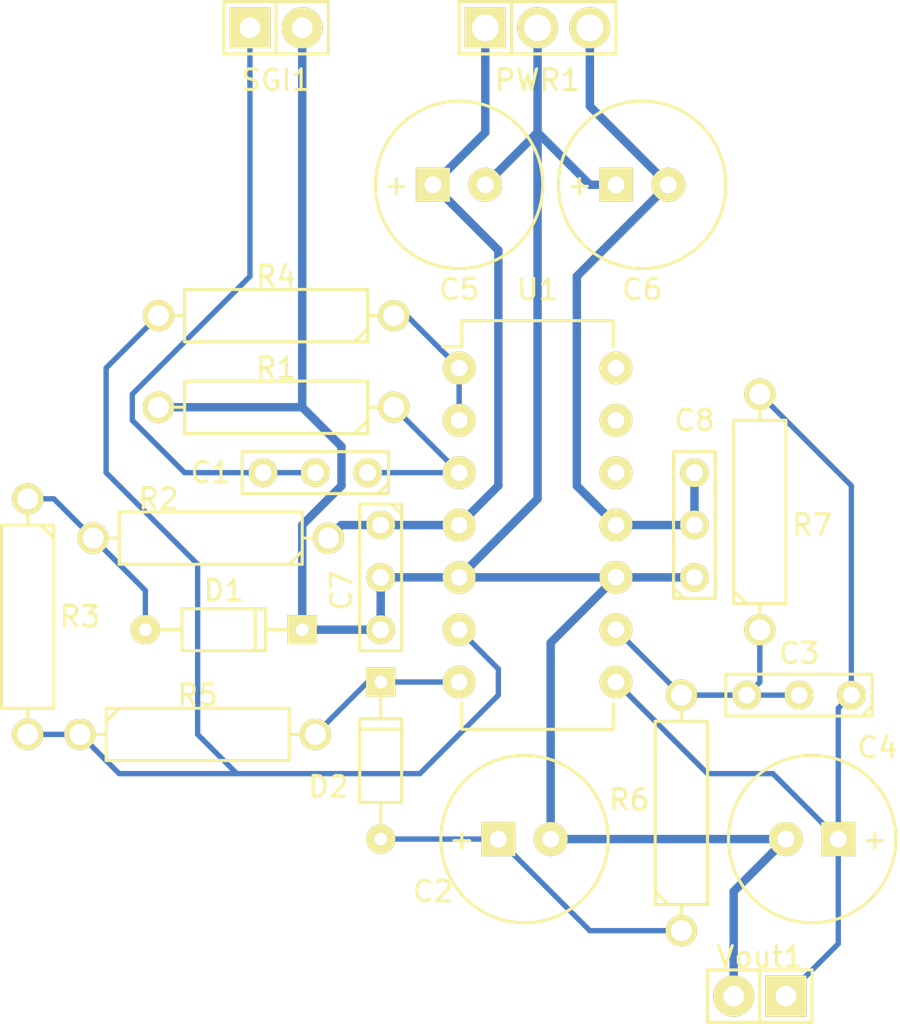
<source format=kicad_pcb>
(kicad_pcb (version 4) (host pcbnew 4.0.1-stable)

  (general
    (links 44)
    (no_connects 0)
    (area 139.999999 77.9212 184.191191 130.17775)
    (thickness 1.6)
    (drawings 0)
    (tracks 84)
    (zones 0)
    (modules 21)
    (nets 16)
  )

  (page A4)
  (layers
    (0 F.Cu signal)
    (31 B.Cu signal)
    (32 B.Adhes user)
    (33 F.Adhes user)
    (34 B.Paste user)
    (35 F.Paste user)
    (36 B.SilkS user)
    (37 F.SilkS user)
    (38 B.Mask user)
    (39 F.Mask user)
    (40 Dwgs.User user)
    (41 Cmts.User user)
    (42 Eco1.User user)
    (43 Eco2.User user)
    (44 Edge.Cuts user)
    (45 Margin user)
    (46 B.CrtYd user)
    (47 F.CrtYd user)
    (48 B.Fab user)
    (49 F.Fab user)
  )

  (setup
    (last_trace_width 0.26)
    (trace_clearance 0.26)
    (zone_clearance 0.508)
    (zone_45_only no)
    (trace_min 0.26)
    (segment_width 0.2)
    (edge_width 0.15)
    (via_size 0.6)
    (via_drill 0.4)
    (via_min_size 0.4)
    (via_min_drill 0.3)
    (uvia_size 0.3)
    (uvia_drill 0.1)
    (uvias_allowed no)
    (uvia_min_size 0.2)
    (uvia_min_drill 0.1)
    (pcb_text_width 0.3)
    (pcb_text_size 1.5 1.5)
    (mod_edge_width 0.15)
    (mod_text_size 1 1)
    (mod_text_width 0.15)
    (pad_size 1.524 1.524)
    (pad_drill 0.762)
    (pad_to_mask_clearance 0.2)
    (aux_axis_origin 0 0)
    (visible_elements 7FFFFFFF)
    (pcbplotparams
      (layerselection 0x00010_80000000)
      (usegerberextensions true)
      (excludeedgelayer true)
      (linewidth 0.100000)
      (plotframeref false)
      (viasonmask false)
      (mode 1)
      (useauxorigin false)
      (hpglpennumber 1)
      (hpglpenspeed 20)
      (hpglpendiameter 15)
      (hpglpenoverlay 2)
      (psnegative false)
      (psa4output false)
      (plotreference true)
      (plotvalue true)
      (plotinvisibletext false)
      (padsonsilk false)
      (subtractmaskfromsilk false)
      (outputformat 1)
      (mirror false)
      (drillshape 0)
      (scaleselection 1)
      (outputdirectory "Gerber Output/"))
  )

  (net 0 "")
  (net 1 "Net-(C1-Pad1)")
  (net 2 "Net-(C1-Pad2)")
  (net 3 "Net-(C2-Pad1)")
  (net 4 GND)
  (net 5 "Net-(C3-Pad1)")
  (net 6 "Net-(C3-Pad2)")
  (net 7 +12V)
  (net 8 -12V)
  (net 9 "Net-(D1-Pad2)")
  (net 10 "Net-(D2-Pad1)")
  (net 11 "Net-(R3-Pad2)")
  (net 12 "Net-(R4-Pad1)")
  (net 13 "Net-(U1-Pad12)")
  (net 14 "Net-(U1-Pad13)")
  (net 15 "Net-(U1-Pad14)")

  (net_class Default "This is the default net class."
    (clearance 0.26)
    (trace_width 0.26)
    (via_dia 0.6)
    (via_drill 0.4)
    (uvia_dia 0.3)
    (uvia_drill 0.1)
    (add_net "Net-(C1-Pad1)")
    (add_net "Net-(C1-Pad2)")
    (add_net "Net-(C2-Pad1)")
    (add_net "Net-(C3-Pad1)")
    (add_net "Net-(C3-Pad2)")
    (add_net "Net-(D1-Pad2)")
    (add_net "Net-(D2-Pad1)")
    (add_net "Net-(R3-Pad2)")
    (add_net "Net-(R4-Pad1)")
    (add_net "Net-(U1-Pad12)")
    (add_net "Net-(U1-Pad13)")
    (add_net "Net-(U1-Pad14)")
  )

  (net_class Power ""
    (clearance 0.26)
    (trace_width 0.41)
    (via_dia 0.6)
    (via_drill 0.4)
    (uvia_dia 0.3)
    (uvia_drill 0.1)
    (add_net +12V)
    (add_net -12V)
    (add_net GND)
  )

  (module Discret:C1-1 (layer F.Cu) (tedit 578505EA) (tstamp 5784FDF3)
    (at 155.575 102.87 180)
    (descr "Condensateur e = 1 ou 2 pas")
    (tags C)
    (path /5784F3FA)
    (fp_text reference C1 (at 5.08 0 180) (layer F.SilkS)
      (effects (font (size 1 1) (thickness 0.15)))
    )
    (fp_text value 100nF (at 0 2.032 180) (layer F.Fab)
      (effects (font (size 1 1) (thickness 0.15)))
    )
    (fp_line (start -3.556 -1.016) (end 3.556 -1.016) (layer F.SilkS) (width 0.15))
    (fp_line (start 3.556 -1.016) (end 3.556 1.016) (layer F.SilkS) (width 0.15))
    (fp_line (start 3.556 1.016) (end -3.556 1.016) (layer F.SilkS) (width 0.15))
    (fp_line (start -3.556 1.016) (end -3.556 -1.016) (layer F.SilkS) (width 0.15))
    (fp_line (start -3.556 -0.508) (end -3.048 -1.016) (layer F.SilkS) (width 0.15))
    (pad 1 thru_hole circle (at -2.54 0 180) (size 1.397 1.397) (drill 0.8128) (layers *.Cu *.Mask F.SilkS)
      (net 1 "Net-(C1-Pad1)"))
    (pad 2 thru_hole circle (at 2.54 0 180) (size 1.397 1.397) (drill 0.8128) (layers *.Cu *.Mask F.SilkS)
      (net 2 "Net-(C1-Pad2)"))
    (pad 2 thru_hole circle (at 0 0 180) (size 1.397 1.397) (drill 0.8128) (layers *.Cu *.Mask F.SilkS)
      (net 2 "Net-(C1-Pad2)"))
    (model Discret.3dshapes/C1-1.wrl
      (at (xyz 0 0 0))
      (scale (xyz 1 1 1))
      (rotate (xyz 0 0 0))
    )
  )

  (module Discret:C1V8 (layer F.Cu) (tedit 57850674) (tstamp 5784FDF9)
    (at 165.735 120.65)
    (path /57851282)
    (fp_text reference C2 (at -4.445 2.54) (layer F.SilkS)
      (effects (font (size 1 1) (thickness 0.15)))
    )
    (fp_text value 3.3uF (at 0 -1.77546) (layer F.Fab)
      (effects (font (size 1 1) (thickness 0.15)))
    )
    (fp_text user + (at -3.04546 0) (layer F.SilkS)
      (effects (font (size 1 1) (thickness 0.15)))
    )
    (fp_circle (center 0 0) (end 4.064 0) (layer F.SilkS) (width 0.15))
    (pad 1 thru_hole rect (at -1.27 0) (size 1.651 1.651) (drill 0.8128) (layers *.Cu *.Mask F.SilkS)
      (net 3 "Net-(C2-Pad1)"))
    (pad 2 thru_hole circle (at 1.27 0) (size 1.651 1.651) (drill 0.8128) (layers *.Cu *.Mask F.SilkS)
      (net 4 GND))
    (model Discret.3dshapes/C1V8.wrl
      (at (xyz 0 0 0))
      (scale (xyz 1 1 1))
      (rotate (xyz 0 0 0))
    )
  )

  (module Discret:C1-1 (layer F.Cu) (tedit 0) (tstamp 5784FE00)
    (at 179.07 113.665 180)
    (descr "Condensateur e = 1 ou 2 pas")
    (tags C)
    (path /57852176)
    (fp_text reference C3 (at 0 2.032 180) (layer F.SilkS)
      (effects (font (size 1 1) (thickness 0.15)))
    )
    (fp_text value 68nF (at 0 2.032 180) (layer F.Fab)
      (effects (font (size 1 1) (thickness 0.15)))
    )
    (fp_line (start -3.556 -1.016) (end 3.556 -1.016) (layer F.SilkS) (width 0.15))
    (fp_line (start 3.556 -1.016) (end 3.556 1.016) (layer F.SilkS) (width 0.15))
    (fp_line (start 3.556 1.016) (end -3.556 1.016) (layer F.SilkS) (width 0.15))
    (fp_line (start -3.556 1.016) (end -3.556 -1.016) (layer F.SilkS) (width 0.15))
    (fp_line (start -3.556 -0.508) (end -3.048 -1.016) (layer F.SilkS) (width 0.15))
    (pad 1 thru_hole circle (at -2.54 0 180) (size 1.397 1.397) (drill 0.8128) (layers *.Cu *.Mask F.SilkS)
      (net 5 "Net-(C3-Pad1)"))
    (pad 2 thru_hole circle (at 2.54 0 180) (size 1.397 1.397) (drill 0.8128) (layers *.Cu *.Mask F.SilkS)
      (net 6 "Net-(C3-Pad2)"))
    (pad 2 thru_hole circle (at 0 0 180) (size 1.397 1.397) (drill 0.8128) (layers *.Cu *.Mask F.SilkS)
      (net 6 "Net-(C3-Pad2)"))
    (model Discret.3dshapes/C1-1.wrl
      (at (xyz 0 0 0))
      (scale (xyz 1 1 1))
      (rotate (xyz 0 0 0))
    )
  )

  (module Discret:C1V8 (layer F.Cu) (tedit 5785067B) (tstamp 5784FE06)
    (at 179.705 120.65 180)
    (path /57852373)
    (fp_text reference C4 (at -3.175 4.445 180) (layer F.SilkS)
      (effects (font (size 1 1) (thickness 0.15)))
    )
    (fp_text value 1.5uF (at 0 -1.77546 180) (layer F.Fab)
      (effects (font (size 1 1) (thickness 0.15)))
    )
    (fp_text user + (at -3.04546 0 180) (layer F.SilkS)
      (effects (font (size 1 1) (thickness 0.15)))
    )
    (fp_circle (center 0 0) (end 4.064 0) (layer F.SilkS) (width 0.15))
    (pad 1 thru_hole rect (at -1.27 0 180) (size 1.651 1.651) (drill 0.8128) (layers *.Cu *.Mask F.SilkS)
      (net 5 "Net-(C3-Pad1)"))
    (pad 2 thru_hole circle (at 1.27 0 180) (size 1.651 1.651) (drill 0.8128) (layers *.Cu *.Mask F.SilkS)
      (net 4 GND))
    (model Discret.3dshapes/C1V8.wrl
      (at (xyz 0 0 0))
      (scale (xyz 1 1 1))
      (rotate (xyz 0 0 0))
    )
  )

  (module Discret:C1V8 (layer F.Cu) (tedit 57850643) (tstamp 5784FE0C)
    (at 162.56 88.9)
    (path /57855632)
    (fp_text reference C5 (at 0 5.08) (layer F.SilkS)
      (effects (font (size 1 1) (thickness 0.15)))
    )
    (fp_text value 10uF (at 0 -1.77546) (layer F.Fab)
      (effects (font (size 1 1) (thickness 0.15)))
    )
    (fp_text user + (at -3.04546 0) (layer F.SilkS)
      (effects (font (size 1 1) (thickness 0.15)))
    )
    (fp_circle (center 0 0) (end 4.064 0) (layer F.SilkS) (width 0.15))
    (pad 1 thru_hole rect (at -1.27 0) (size 1.651 1.651) (drill 0.8128) (layers *.Cu *.Mask F.SilkS)
      (net 7 +12V))
    (pad 2 thru_hole circle (at 1.27 0) (size 1.651 1.651) (drill 0.8128) (layers *.Cu *.Mask F.SilkS)
      (net 4 GND))
    (model Discret.3dshapes/C1V8.wrl
      (at (xyz 0 0 0))
      (scale (xyz 1 1 1))
      (rotate (xyz 0 0 0))
    )
  )

  (module Discret:C1V8 (layer F.Cu) (tedit 5785063F) (tstamp 5784FE12)
    (at 171.45 88.9)
    (path /578555BE)
    (fp_text reference C6 (at 0 5.08) (layer F.SilkS)
      (effects (font (size 1 1) (thickness 0.15)))
    )
    (fp_text value 10uF (at 0 -1.77546) (layer F.Fab)
      (effects (font (size 1 1) (thickness 0.15)))
    )
    (fp_text user + (at -3.04546 0) (layer F.SilkS)
      (effects (font (size 1 1) (thickness 0.15)))
    )
    (fp_circle (center 0 0) (end 4.064 0) (layer F.SilkS) (width 0.15))
    (pad 1 thru_hole rect (at -1.27 0) (size 1.651 1.651) (drill 0.8128) (layers *.Cu *.Mask F.SilkS)
      (net 4 GND))
    (pad 2 thru_hole circle (at 1.27 0) (size 1.651 1.651) (drill 0.8128) (layers *.Cu *.Mask F.SilkS)
      (net 8 -12V))
    (model Discret.3dshapes/C1V8.wrl
      (at (xyz 0 0 0))
      (scale (xyz 1 1 1))
      (rotate (xyz 0 0 0))
    )
  )

  (module Discret:C1-1 (layer F.Cu) (tedit 578505E0) (tstamp 5784FE19)
    (at 158.75 107.95 270)
    (descr "Condensateur e = 1 ou 2 pas")
    (tags C)
    (path /57855694)
    (fp_text reference C7 (at 0.635 1.905 270) (layer F.SilkS)
      (effects (font (size 1 1) (thickness 0.15)))
    )
    (fp_text value 100nF (at 0 2.032 270) (layer F.Fab)
      (effects (font (size 1 1) (thickness 0.15)))
    )
    (fp_line (start -3.556 -1.016) (end 3.556 -1.016) (layer F.SilkS) (width 0.15))
    (fp_line (start 3.556 -1.016) (end 3.556 1.016) (layer F.SilkS) (width 0.15))
    (fp_line (start 3.556 1.016) (end -3.556 1.016) (layer F.SilkS) (width 0.15))
    (fp_line (start -3.556 1.016) (end -3.556 -1.016) (layer F.SilkS) (width 0.15))
    (fp_line (start -3.556 -0.508) (end -3.048 -1.016) (layer F.SilkS) (width 0.15))
    (pad 1 thru_hole circle (at -2.54 0 270) (size 1.397 1.397) (drill 0.8128) (layers *.Cu *.Mask F.SilkS)
      (net 7 +12V))
    (pad 2 thru_hole circle (at 2.54 0 270) (size 1.397 1.397) (drill 0.8128) (layers *.Cu *.Mask F.SilkS)
      (net 4 GND))
    (pad 2 thru_hole circle (at 0 0 270) (size 1.397 1.397) (drill 0.8128) (layers *.Cu *.Mask F.SilkS)
      (net 4 GND))
    (model Discret.3dshapes/C1-1.wrl
      (at (xyz 0 0 0))
      (scale (xyz 1 1 1))
      (rotate (xyz 0 0 0))
    )
  )

  (module Discret:C1-1 (layer F.Cu) (tedit 57850682) (tstamp 5784FE20)
    (at 173.99 105.41 90)
    (descr "Condensateur e = 1 ou 2 pas")
    (tags C)
    (path /578556FA)
    (fp_text reference C8 (at 5.08 0 180) (layer F.SilkS)
      (effects (font (size 1 1) (thickness 0.15)))
    )
    (fp_text value 100nF (at 0 2.032 90) (layer F.Fab)
      (effects (font (size 1 1) (thickness 0.15)))
    )
    (fp_line (start -3.556 -1.016) (end 3.556 -1.016) (layer F.SilkS) (width 0.15))
    (fp_line (start 3.556 -1.016) (end 3.556 1.016) (layer F.SilkS) (width 0.15))
    (fp_line (start 3.556 1.016) (end -3.556 1.016) (layer F.SilkS) (width 0.15))
    (fp_line (start -3.556 1.016) (end -3.556 -1.016) (layer F.SilkS) (width 0.15))
    (fp_line (start -3.556 -0.508) (end -3.048 -1.016) (layer F.SilkS) (width 0.15))
    (pad 1 thru_hole circle (at -2.54 0 90) (size 1.397 1.397) (drill 0.8128) (layers *.Cu *.Mask F.SilkS)
      (net 4 GND))
    (pad 2 thru_hole circle (at 2.54 0 90) (size 1.397 1.397) (drill 0.8128) (layers *.Cu *.Mask F.SilkS)
      (net 8 -12V))
    (pad 2 thru_hole circle (at 0 0 90) (size 1.397 1.397) (drill 0.8128) (layers *.Cu *.Mask F.SilkS)
      (net 8 -12V))
    (model Discret.3dshapes/C1-1.wrl
      (at (xyz 0 0 0))
      (scale (xyz 1 1 1))
      (rotate (xyz 0 0 0))
    )
  )

  (module Discret:DO-35 (layer F.Cu) (tedit 57850660) (tstamp 5784FE26)
    (at 151.13 110.49)
    (descr "Diode 3 pas")
    (tags "DIODE DEV")
    (path /5784FD5C)
    (fp_text reference D1 (at 0 -1.905) (layer F.SilkS)
      (effects (font (size 1 1) (thickness 0.15)))
    )
    (fp_text value 1N914 (at 0 0) (layer F.Fab)
      (effects (font (size 1 1) (thickness 0.15)))
    )
    (fp_line (start 2.032 0) (end 3.81 0) (layer F.SilkS) (width 0.15))
    (fp_line (start -2.032 0) (end -3.81 0) (layer F.SilkS) (width 0.15))
    (fp_line (start 1.524 -1.016) (end 1.524 1.016) (layer F.SilkS) (width 0.15))
    (fp_line (start -2.032 -1.016) (end -2.032 1.016) (layer F.SilkS) (width 0.15))
    (fp_line (start -2.032 1.016) (end 2.032 1.016) (layer F.SilkS) (width 0.15))
    (fp_line (start 2.032 1.016) (end 2.032 -1.016) (layer F.SilkS) (width 0.15))
    (fp_line (start 2.032 -1.016) (end -2.032 -1.016) (layer F.SilkS) (width 0.15))
    (pad 1 thru_hole rect (at 3.81 0) (size 1.4224 1.4224) (drill 0.6096) (layers *.Cu *.Mask F.SilkS)
      (net 4 GND))
    (pad 2 thru_hole circle (at -3.81 0) (size 1.4224 1.4224) (drill 0.6096) (layers *.Cu *.Mask F.SilkS)
      (net 9 "Net-(D1-Pad2)"))
    (model Discret.3dshapes/DO-35.wrl
      (at (xyz 0 0 0))
      (scale (xyz 0.3 0.3 0.3))
      (rotate (xyz 0 0 0))
    )
  )

  (module Discret:DO-35 (layer F.Cu) (tedit 5785066F) (tstamp 5784FE2C)
    (at 158.75 116.84 90)
    (descr "Diode 3 pas")
    (tags "DIODE DEV")
    (path /57850CE4)
    (fp_text reference D2 (at -1.27 -2.54 180) (layer F.SilkS)
      (effects (font (size 1 1) (thickness 0.15)))
    )
    (fp_text value 1N914 (at 0 0 90) (layer F.Fab)
      (effects (font (size 1 1) (thickness 0.15)))
    )
    (fp_line (start 2.032 0) (end 3.81 0) (layer F.SilkS) (width 0.15))
    (fp_line (start -2.032 0) (end -3.81 0) (layer F.SilkS) (width 0.15))
    (fp_line (start 1.524 -1.016) (end 1.524 1.016) (layer F.SilkS) (width 0.15))
    (fp_line (start -2.032 -1.016) (end -2.032 1.016) (layer F.SilkS) (width 0.15))
    (fp_line (start -2.032 1.016) (end 2.032 1.016) (layer F.SilkS) (width 0.15))
    (fp_line (start 2.032 1.016) (end 2.032 -1.016) (layer F.SilkS) (width 0.15))
    (fp_line (start 2.032 -1.016) (end -2.032 -1.016) (layer F.SilkS) (width 0.15))
    (pad 1 thru_hole rect (at 3.81 0 90) (size 1.4224 1.4224) (drill 0.6096) (layers *.Cu *.Mask F.SilkS)
      (net 10 "Net-(D2-Pad1)"))
    (pad 2 thru_hole circle (at -3.81 0 90) (size 1.4224 1.4224) (drill 0.6096) (layers *.Cu *.Mask F.SilkS)
      (net 3 "Net-(C2-Pad1)"))
    (model Discret.3dshapes/DO-35.wrl
      (at (xyz 0 0 0))
      (scale (xyz 0.3 0.3 0.3))
      (rotate (xyz 0 0 0))
    )
  )

  (module ThinkerForge:PIN_ARRAY_3X1 (layer F.Cu) (tedit 57850633) (tstamp 5784FE33)
    (at 166.37 81.28)
    (descr "Connecteur 3 pins")
    (tags "CONN DEV")
    (path /57855084)
    (fp_text reference PWR1 (at 0 2.54) (layer F.SilkS)
      (effects (font (size 1.016 1.016) (thickness 0.1524)))
    )
    (fp_text value "Header 1X3" (at 0 -2.159) (layer F.SilkS) hide
      (effects (font (size 1.016 1.016) (thickness 0.1524)))
    )
    (fp_line (start -3.81 1.27) (end -3.81 -1.27) (layer F.SilkS) (width 0.1524))
    (fp_line (start -3.81 -1.27) (end 3.81 -1.27) (layer F.SilkS) (width 0.1524))
    (fp_line (start 3.81 -1.27) (end 3.81 1.27) (layer F.SilkS) (width 0.1524))
    (fp_line (start 3.81 1.27) (end -3.81 1.27) (layer F.SilkS) (width 0.1524))
    (fp_line (start -1.27 -1.27) (end -1.27 1.27) (layer F.SilkS) (width 0.1524))
    (pad 1 thru_hole rect (at -2.54 0) (size 2 2) (drill 1.3) (layers *.Cu *.Mask F.SilkS)
      (net 7 +12V))
    (pad 2 thru_hole circle (at 0 0) (size 2 2) (drill 1.3) (layers *.Cu *.Mask F.SilkS)
      (net 4 GND))
    (pad 3 thru_hole circle (at 2.54 0) (size 2 2) (drill 1.3) (layers *.Cu *.Mask F.SilkS)
      (net 8 -12V))
    (model pin_array/pins_array_3x1.wrl
      (at (xyz 0 0 0))
      (scale (xyz 1 1 1))
      (rotate (xyz 0 0 0))
    )
  )

  (module Discret:R4-5 (layer F.Cu) (tedit 57850652) (tstamp 5784FE39)
    (at 153.67 99.695 180)
    (path /5784F42F)
    (fp_text reference R1 (at 0 1.905 180) (layer F.SilkS)
      (effects (font (size 1 1) (thickness 0.15)))
    )
    (fp_text value 47kΩ (at 0 0 180) (layer F.Fab)
      (effects (font (size 1 1) (thickness 0.15)))
    )
    (fp_line (start -4.445 -1.27) (end -4.445 1.27) (layer F.SilkS) (width 0.15))
    (fp_line (start -4.445 1.27) (end 4.445 1.27) (layer F.SilkS) (width 0.15))
    (fp_line (start 4.445 1.27) (end 4.445 -1.27) (layer F.SilkS) (width 0.15))
    (fp_line (start 4.445 -1.27) (end -4.445 -1.27) (layer F.SilkS) (width 0.15))
    (fp_line (start -4.445 -0.635) (end -3.81 -1.27) (layer F.SilkS) (width 0.15))
    (fp_line (start -4.445 0) (end -5.715 0) (layer F.SilkS) (width 0.15))
    (fp_line (start 4.445 0) (end 5.715 0) (layer F.SilkS) (width 0.15))
    (pad 1 thru_hole circle (at -5.715 0 180) (size 1.524 1.524) (drill 1.016) (layers *.Cu *.Mask F.SilkS)
      (net 1 "Net-(C1-Pad1)"))
    (pad 2 thru_hole circle (at 5.715 0 180) (size 1.524 1.524) (drill 1.016) (layers *.Cu *.Mask F.SilkS)
      (net 4 GND))
    (model Discret.3dshapes/R4-5.wrl
      (at (xyz 0 0 0))
      (scale (xyz 0.45 0.45 0.45))
      (rotate (xyz 0 0 0))
    )
  )

  (module Discret:R4-5 (layer F.Cu) (tedit 57850657) (tstamp 5784FE3F)
    (at 150.495 106.045 180)
    (path /5784FCD4)
    (fp_text reference R2 (at 2.54 1.905 180) (layer F.SilkS)
      (effects (font (size 1 1) (thickness 0.15)))
    )
    (fp_text value 10kΩ (at 0 0 180) (layer F.Fab)
      (effects (font (size 1 1) (thickness 0.15)))
    )
    (fp_line (start -4.445 -1.27) (end -4.445 1.27) (layer F.SilkS) (width 0.15))
    (fp_line (start -4.445 1.27) (end 4.445 1.27) (layer F.SilkS) (width 0.15))
    (fp_line (start 4.445 1.27) (end 4.445 -1.27) (layer F.SilkS) (width 0.15))
    (fp_line (start 4.445 -1.27) (end -4.445 -1.27) (layer F.SilkS) (width 0.15))
    (fp_line (start -4.445 -0.635) (end -3.81 -1.27) (layer F.SilkS) (width 0.15))
    (fp_line (start -4.445 0) (end -5.715 0) (layer F.SilkS) (width 0.15))
    (fp_line (start 4.445 0) (end 5.715 0) (layer F.SilkS) (width 0.15))
    (pad 1 thru_hole circle (at -5.715 0 180) (size 1.524 1.524) (drill 1.016) (layers *.Cu *.Mask F.SilkS)
      (net 7 +12V))
    (pad 2 thru_hole circle (at 5.715 0 180) (size 1.524 1.524) (drill 1.016) (layers *.Cu *.Mask F.SilkS)
      (net 9 "Net-(D1-Pad2)"))
    (model Discret.3dshapes/R4-5.wrl
      (at (xyz 0 0 0))
      (scale (xyz 0.45 0.45 0.45))
      (rotate (xyz 0 0 0))
    )
  )

  (module Discret:R4-5 (layer F.Cu) (tedit 57850662) (tstamp 5784FE45)
    (at 141.605 109.855 270)
    (path /5784FD02)
    (fp_text reference R3 (at 0 -2.54 360) (layer F.SilkS)
      (effects (font (size 1 1) (thickness 0.15)))
    )
    (fp_text value 10kΩ (at 0 0 270) (layer F.Fab)
      (effects (font (size 1 1) (thickness 0.15)))
    )
    (fp_line (start -4.445 -1.27) (end -4.445 1.27) (layer F.SilkS) (width 0.15))
    (fp_line (start -4.445 1.27) (end 4.445 1.27) (layer F.SilkS) (width 0.15))
    (fp_line (start 4.445 1.27) (end 4.445 -1.27) (layer F.SilkS) (width 0.15))
    (fp_line (start 4.445 -1.27) (end -4.445 -1.27) (layer F.SilkS) (width 0.15))
    (fp_line (start -4.445 -0.635) (end -3.81 -1.27) (layer F.SilkS) (width 0.15))
    (fp_line (start -4.445 0) (end -5.715 0) (layer F.SilkS) (width 0.15))
    (fp_line (start 4.445 0) (end 5.715 0) (layer F.SilkS) (width 0.15))
    (pad 1 thru_hole circle (at -5.715 0 270) (size 1.524 1.524) (drill 1.016) (layers *.Cu *.Mask F.SilkS)
      (net 9 "Net-(D1-Pad2)"))
    (pad 2 thru_hole circle (at 5.715 0 270) (size 1.524 1.524) (drill 1.016) (layers *.Cu *.Mask F.SilkS)
      (net 11 "Net-(R3-Pad2)"))
    (model Discret.3dshapes/R4-5.wrl
      (at (xyz 0 0 0))
      (scale (xyz 0.45 0.45 0.45))
      (rotate (xyz 0 0 0))
    )
  )

  (module Discret:R4-5 (layer F.Cu) (tedit 57850650) (tstamp 5784FE4B)
    (at 153.67 95.25 180)
    (path /5784FD4A)
    (fp_text reference R4 (at 0 1.905 180) (layer F.SilkS)
      (effects (font (size 1 1) (thickness 0.15)))
    )
    (fp_text value 10kΩ (at 0 0 180) (layer F.Fab)
      (effects (font (size 1 1) (thickness 0.15)))
    )
    (fp_line (start -4.445 -1.27) (end -4.445 1.27) (layer F.SilkS) (width 0.15))
    (fp_line (start -4.445 1.27) (end 4.445 1.27) (layer F.SilkS) (width 0.15))
    (fp_line (start 4.445 1.27) (end 4.445 -1.27) (layer F.SilkS) (width 0.15))
    (fp_line (start 4.445 -1.27) (end -4.445 -1.27) (layer F.SilkS) (width 0.15))
    (fp_line (start -4.445 -0.635) (end -3.81 -1.27) (layer F.SilkS) (width 0.15))
    (fp_line (start -4.445 0) (end -5.715 0) (layer F.SilkS) (width 0.15))
    (fp_line (start 4.445 0) (end 5.715 0) (layer F.SilkS) (width 0.15))
    (pad 1 thru_hole circle (at -5.715 0 180) (size 1.524 1.524) (drill 1.016) (layers *.Cu *.Mask F.SilkS)
      (net 12 "Net-(R4-Pad1)"))
    (pad 2 thru_hole circle (at 5.715 0 180) (size 1.524 1.524) (drill 1.016) (layers *.Cu *.Mask F.SilkS)
      (net 11 "Net-(R3-Pad2)"))
    (model Discret.3dshapes/R4-5.wrl
      (at (xyz 0 0 0))
      (scale (xyz 0.45 0.45 0.45))
      (rotate (xyz 0 0 0))
    )
  )

  (module Discret:R4-5 (layer F.Cu) (tedit 57850664) (tstamp 5784FE51)
    (at 149.86 115.57)
    (path /57850ABA)
    (fp_text reference R5 (at 0 -1.905) (layer F.SilkS)
      (effects (font (size 1 1) (thickness 0.15)))
    )
    (fp_text value 10kΩ (at 0 0) (layer F.Fab)
      (effects (font (size 1 1) (thickness 0.15)))
    )
    (fp_line (start -4.445 -1.27) (end -4.445 1.27) (layer F.SilkS) (width 0.15))
    (fp_line (start -4.445 1.27) (end 4.445 1.27) (layer F.SilkS) (width 0.15))
    (fp_line (start 4.445 1.27) (end 4.445 -1.27) (layer F.SilkS) (width 0.15))
    (fp_line (start 4.445 -1.27) (end -4.445 -1.27) (layer F.SilkS) (width 0.15))
    (fp_line (start -4.445 -0.635) (end -3.81 -1.27) (layer F.SilkS) (width 0.15))
    (fp_line (start -4.445 0) (end -5.715 0) (layer F.SilkS) (width 0.15))
    (fp_line (start 4.445 0) (end 5.715 0) (layer F.SilkS) (width 0.15))
    (pad 1 thru_hole circle (at -5.715 0) (size 1.524 1.524) (drill 1.016) (layers *.Cu *.Mask F.SilkS)
      (net 11 "Net-(R3-Pad2)"))
    (pad 2 thru_hole circle (at 5.715 0) (size 1.524 1.524) (drill 1.016) (layers *.Cu *.Mask F.SilkS)
      (net 10 "Net-(D2-Pad1)"))
    (model Discret.3dshapes/R4-5.wrl
      (at (xyz 0 0 0))
      (scale (xyz 0.45 0.45 0.45))
      (rotate (xyz 0 0 0))
    )
  )

  (module Discret:R4-5 (layer F.Cu) (tedit 57850677) (tstamp 5784FE57)
    (at 173.355 119.38 90)
    (path /57851204)
    (fp_text reference R6 (at 0.635 -2.54 180) (layer F.SilkS)
      (effects (font (size 1 1) (thickness 0.15)))
    )
    (fp_text value 100kΩ (at 0 0 90) (layer F.Fab)
      (effects (font (size 1 1) (thickness 0.15)))
    )
    (fp_line (start -4.445 -1.27) (end -4.445 1.27) (layer F.SilkS) (width 0.15))
    (fp_line (start -4.445 1.27) (end 4.445 1.27) (layer F.SilkS) (width 0.15))
    (fp_line (start 4.445 1.27) (end 4.445 -1.27) (layer F.SilkS) (width 0.15))
    (fp_line (start 4.445 -1.27) (end -4.445 -1.27) (layer F.SilkS) (width 0.15))
    (fp_line (start -4.445 -0.635) (end -3.81 -1.27) (layer F.SilkS) (width 0.15))
    (fp_line (start -4.445 0) (end -5.715 0) (layer F.SilkS) (width 0.15))
    (fp_line (start 4.445 0) (end 5.715 0) (layer F.SilkS) (width 0.15))
    (pad 1 thru_hole circle (at -5.715 0 90) (size 1.524 1.524) (drill 1.016) (layers *.Cu *.Mask F.SilkS)
      (net 3 "Net-(C2-Pad1)"))
    (pad 2 thru_hole circle (at 5.715 0 90) (size 1.524 1.524) (drill 1.016) (layers *.Cu *.Mask F.SilkS)
      (net 6 "Net-(C3-Pad2)"))
    (model Discret.3dshapes/R4-5.wrl
      (at (xyz 0 0 0))
      (scale (xyz 0.45 0.45 0.45))
      (rotate (xyz 0 0 0))
    )
  )

  (module Discret:R4-5 (layer F.Cu) (tedit 57850680) (tstamp 5784FE5D)
    (at 177.165 104.775 90)
    (path /57851FF4)
    (fp_text reference R7 (at -0.635 2.54 180) (layer F.SilkS)
      (effects (font (size 1 1) (thickness 0.15)))
    )
    (fp_text value 100kΩ (at 0 0 90) (layer F.Fab)
      (effects (font (size 1 1) (thickness 0.15)))
    )
    (fp_line (start -4.445 -1.27) (end -4.445 1.27) (layer F.SilkS) (width 0.15))
    (fp_line (start -4.445 1.27) (end 4.445 1.27) (layer F.SilkS) (width 0.15))
    (fp_line (start 4.445 1.27) (end 4.445 -1.27) (layer F.SilkS) (width 0.15))
    (fp_line (start 4.445 -1.27) (end -4.445 -1.27) (layer F.SilkS) (width 0.15))
    (fp_line (start -4.445 -0.635) (end -3.81 -1.27) (layer F.SilkS) (width 0.15))
    (fp_line (start -4.445 0) (end -5.715 0) (layer F.SilkS) (width 0.15))
    (fp_line (start 4.445 0) (end 5.715 0) (layer F.SilkS) (width 0.15))
    (pad 1 thru_hole circle (at -5.715 0 90) (size 1.524 1.524) (drill 1.016) (layers *.Cu *.Mask F.SilkS)
      (net 6 "Net-(C3-Pad2)"))
    (pad 2 thru_hole circle (at 5.715 0 90) (size 1.524 1.524) (drill 1.016) (layers *.Cu *.Mask F.SilkS)
      (net 5 "Net-(C3-Pad1)"))
    (model Discret.3dshapes/R4-5.wrl
      (at (xyz 0 0 0))
      (scale (xyz 0.45 0.45 0.45))
      (rotate (xyz 0 0 0))
    )
  )

  (module ThinkerForge:PIN_ARRAY_2X1 (layer F.Cu) (tedit 57850626) (tstamp 5784FE63)
    (at 153.67 81.28)
    (descr "Connecteur 3 pins")
    (tags "CONN DEV")
    (path /5784F35C)
    (fp_text reference SGI1 (at 0 2.54) (layer F.SilkS)
      (effects (font (size 1 1) (thickness 0.15)))
    )
    (fp_text value "Header 1X2" (at -2.032 -1.524) (layer F.SilkS) hide
      (effects (font (size 0.15 0.15) (thickness 0.0375)))
    )
    (fp_line (start -2.54 -1.27) (end 2.54 -1.27) (layer F.SilkS) (width 0.15))
    (fp_line (start -2.54 1.27) (end 2.54 1.27) (layer F.SilkS) (width 0.15))
    (fp_line (start 2.54 -1.27) (end 2.54 1.27) (layer F.SilkS) (width 0.15))
    (fp_line (start -2.54 1.27) (end -2.54 -1.27) (layer F.SilkS) (width 0.1524))
    (fp_line (start 0 -1.27) (end 0 1.27) (layer F.SilkS) (width 0.1524))
    (pad 1 thru_hole rect (at -1.27 0) (size 2 2) (drill 1) (layers *.Cu *.Mask F.SilkS)
      (net 2 "Net-(C1-Pad2)"))
    (pad 2 thru_hole circle (at 1.27 0) (size 2 2) (drill 1) (layers *.Cu *.Mask F.SilkS)
      (net 4 GND))
    (model pin_array/pins_array_3x1.wrl
      (at (xyz 0 0 0))
      (scale (xyz 1 1 1))
      (rotate (xyz 0 0 0))
    )
  )

  (module Housings_DIP:DIP-14_W7.62mm (layer F.Cu) (tedit 578505C6) (tstamp 5784FE75)
    (at 162.56 97.79)
    (descr "14-lead dip package, row spacing 7.62 mm (300 mils)")
    (tags "dil dip 2.54 300")
    (path /57853D9F)
    (fp_text reference U1 (at 3.81 -3.81) (layer F.SilkS)
      (effects (font (size 1 1) (thickness 0.15)))
    )
    (fp_text value TL084 (at 1.27 -3.81) (layer F.Fab)
      (effects (font (size 1 1) (thickness 0.15)))
    )
    (fp_line (start -1.05 -2.45) (end -1.05 17.7) (layer F.CrtYd) (width 0.05))
    (fp_line (start 8.65 -2.45) (end 8.65 17.7) (layer F.CrtYd) (width 0.05))
    (fp_line (start -1.05 -2.45) (end 8.65 -2.45) (layer F.CrtYd) (width 0.05))
    (fp_line (start -1.05 17.7) (end 8.65 17.7) (layer F.CrtYd) (width 0.05))
    (fp_line (start 0.135 -2.295) (end 0.135 -1.025) (layer F.SilkS) (width 0.15))
    (fp_line (start 7.485 -2.295) (end 7.485 -1.025) (layer F.SilkS) (width 0.15))
    (fp_line (start 7.485 17.535) (end 7.485 16.265) (layer F.SilkS) (width 0.15))
    (fp_line (start 0.135 17.535) (end 0.135 16.265) (layer F.SilkS) (width 0.15))
    (fp_line (start 0.135 -2.295) (end 7.485 -2.295) (layer F.SilkS) (width 0.15))
    (fp_line (start 0.135 17.535) (end 7.485 17.535) (layer F.SilkS) (width 0.15))
    (fp_line (start 0.135 -1.025) (end -0.8 -1.025) (layer F.SilkS) (width 0.15))
    (pad 1 thru_hole oval (at 0 0) (size 1.6 1.6) (drill 0.8) (layers *.Cu *.Mask F.SilkS)
      (net 12 "Net-(R4-Pad1)"))
    (pad 2 thru_hole oval (at 0 2.54) (size 1.6 1.6) (drill 0.8) (layers *.Cu *.Mask F.SilkS)
      (net 12 "Net-(R4-Pad1)"))
    (pad 3 thru_hole oval (at 0 5.08) (size 1.6 1.6) (drill 0.8) (layers *.Cu *.Mask F.SilkS)
      (net 1 "Net-(C1-Pad1)"))
    (pad 4 thru_hole oval (at 0 7.62) (size 1.6 1.6) (drill 0.8) (layers *.Cu *.Mask F.SilkS)
      (net 7 +12V))
    (pad 5 thru_hole oval (at 0 10.16) (size 1.6 1.6) (drill 0.8) (layers *.Cu *.Mask F.SilkS)
      (net 4 GND))
    (pad 6 thru_hole oval (at 0 12.7) (size 1.6 1.6) (drill 0.8) (layers *.Cu *.Mask F.SilkS)
      (net 11 "Net-(R3-Pad2)"))
    (pad 7 thru_hole oval (at 0 15.24) (size 1.6 1.6) (drill 0.8) (layers *.Cu *.Mask F.SilkS)
      (net 10 "Net-(D2-Pad1)"))
    (pad 8 thru_hole oval (at 7.62 15.24) (size 1.6 1.6) (drill 0.8) (layers *.Cu *.Mask F.SilkS)
      (net 5 "Net-(C3-Pad1)"))
    (pad 9 thru_hole oval (at 7.62 12.7) (size 1.6 1.6) (drill 0.8) (layers *.Cu *.Mask F.SilkS)
      (net 6 "Net-(C3-Pad2)"))
    (pad 10 thru_hole oval (at 7.62 10.16) (size 1.6 1.6) (drill 0.8) (layers *.Cu *.Mask F.SilkS)
      (net 4 GND))
    (pad 11 thru_hole oval (at 7.62 7.62) (size 1.6 1.6) (drill 0.8) (layers *.Cu *.Mask F.SilkS)
      (net 8 -12V))
    (pad 12 thru_hole oval (at 7.62 5.08) (size 1.6 1.6) (drill 0.8) (layers *.Cu *.Mask F.SilkS)
      (net 13 "Net-(U1-Pad12)"))
    (pad 13 thru_hole oval (at 7.62 2.54) (size 1.6 1.6) (drill 0.8) (layers *.Cu *.Mask F.SilkS)
      (net 14 "Net-(U1-Pad13)"))
    (pad 14 thru_hole oval (at 7.62 0) (size 1.6 1.6) (drill 0.8) (layers *.Cu *.Mask F.SilkS)
      (net 15 "Net-(U1-Pad14)"))
    (model Housings_DIP.3dshapes/DIP-14_W7.62mm.wrl
      (at (xyz 0 0 0))
      (scale (xyz 1 1 1))
      (rotate (xyz 0 0 0))
    )
  )

  (module ThinkerForge:PIN_ARRAY_2X1 (layer F.Cu) (tedit 57850616) (tstamp 5784FE7B)
    (at 177.165 128.27 180)
    (descr "Connecteur 3 pins")
    (tags "CONN DEV")
    (path /57852C4D)
    (fp_text reference Vout1 (at 0 1.905 180) (layer F.SilkS)
      (effects (font (size 1 1) (thickness 0.15)))
    )
    (fp_text value "Header 1X2" (at -2.032 -1.524 180) (layer F.SilkS) hide
      (effects (font (size 0.15 0.15) (thickness 0.0375)))
    )
    (fp_line (start -2.54 -1.27) (end 2.54 -1.27) (layer F.SilkS) (width 0.15))
    (fp_line (start -2.54 1.27) (end 2.54 1.27) (layer F.SilkS) (width 0.15))
    (fp_line (start 2.54 -1.27) (end 2.54 1.27) (layer F.SilkS) (width 0.15))
    (fp_line (start -2.54 1.27) (end -2.54 -1.27) (layer F.SilkS) (width 0.1524))
    (fp_line (start 0 -1.27) (end 0 1.27) (layer F.SilkS) (width 0.1524))
    (pad 1 thru_hole rect (at -1.27 0 180) (size 2 2) (drill 1) (layers *.Cu *.Mask F.SilkS)
      (net 5 "Net-(C3-Pad1)"))
    (pad 2 thru_hole circle (at 1.27 0 180) (size 2 2) (drill 1) (layers *.Cu *.Mask F.SilkS)
      (net 4 GND))
    (model pin_array/pins_array_3x1.wrl
      (at (xyz 0 0 0))
      (scale (xyz 1 1 1))
      (rotate (xyz 0 0 0))
    )
  )

  (segment (start 159.385 99.695) (end 162.56 102.87) (width 0.26) (layer B.Cu) (net 1) (status 30))
  (segment (start 158.115 102.87) (end 162.56 102.87) (width 0.26) (layer B.Cu) (net 1) (status 30))
  (segment (start 152.4 81.28) (end 152.4 93.345) (width 0.26) (layer B.Cu) (net 2) (status 10))
  (segment (start 149.225 102.87) (end 153.035 102.87) (width 0.26) (layer B.Cu) (net 2) (tstamp 5785042A) (status 20))
  (segment (start 146.685 100.33) (end 149.225 102.87) (width 0.26) (layer B.Cu) (net 2) (tstamp 57850427))
  (segment (start 146.685 99.06) (end 146.685 100.33) (width 0.26) (layer B.Cu) (net 2) (tstamp 57850424))
  (segment (start 152.4 93.345) (end 146.685 99.06) (width 0.26) (layer B.Cu) (net 2) (tstamp 5785041F))
  (segment (start 155.575 102.87) (end 153.035 102.87) (width 0.26) (layer B.Cu) (net 2) (status 30))
  (segment (start 158.75 120.65) (end 164.465 120.65) (width 0.26) (layer B.Cu) (net 3) (status 30))
  (segment (start 164.465 120.65) (end 168.91 125.095) (width 0.26) (layer B.Cu) (net 3) (status 10))
  (segment (start 168.91 125.095) (end 173.355 125.095) (width 0.26) (layer B.Cu) (net 3) (tstamp 5785020D) (status 20))
  (segment (start 154.94 81.28) (end 154.94 99.695) (width 0.41) (layer B.Cu) (net 4) (status 10))
  (segment (start 147.955 99.695) (end 154.94 99.695) (width 0.41) (layer B.Cu) (net 4) (status 10))
  (segment (start 154.94 105.41) (end 154.94 110.49) (width 0.41) (layer B.Cu) (net 4) (tstamp 57850371) (status 20))
  (segment (start 156.845 103.505) (end 154.94 105.41) (width 0.41) (layer B.Cu) (net 4) (tstamp 5785036B))
  (segment (start 156.845 101.6) (end 156.845 103.505) (width 0.41) (layer B.Cu) (net 4) (tstamp 57850368))
  (segment (start 154.94 99.695) (end 156.845 101.6) (width 0.41) (layer B.Cu) (net 4) (tstamp 57850359))
  (segment (start 162.56 107.95) (end 166.37 104.14) (width 0.41) (layer B.Cu) (net 4) (status 10))
  (segment (start 166.37 104.14) (end 166.37 86.36) (width 0.41) (layer B.Cu) (net 4) (tstamp 578502A5))
  (segment (start 158.75 110.49) (end 158.75 107.95) (width 0.41) (layer B.Cu) (net 4) (status 30))
  (segment (start 162.56 107.95) (end 170.18 107.95) (width 0.41) (layer B.Cu) (net 4) (status 30))
  (segment (start 178.435 120.65) (end 175.895 123.19) (width 0.41) (layer B.Cu) (net 4) (status 10))
  (segment (start 175.895 123.19) (end 175.895 128.27) (width 0.41) (layer B.Cu) (net 4) (tstamp 57850241) (status 20))
  (segment (start 167.005 120.65) (end 167.005 111.125) (width 0.41) (layer B.Cu) (net 4) (status 10))
  (segment (start 167.005 111.125) (end 170.18 107.95) (width 0.41) (layer B.Cu) (net 4) (tstamp 57850204) (status 20))
  (segment (start 178.435 120.65) (end 167.005 120.65) (width 0.41) (layer B.Cu) (net 4) (status 30))
  (segment (start 154.94 109.855) (end 154.94 110.49) (width 0.41) (layer B.Cu) (net 4) (tstamp 578501F4) (status 30))
  (segment (start 154.94 110.49) (end 158.75 110.49) (width 0.41) (layer B.Cu) (net 4) (status 30))
  (segment (start 170.18 107.95) (end 158.75 107.95) (width 0.41) (layer B.Cu) (net 4) (status 30))
  (segment (start 173.99 107.95) (end 170.18 107.95) (width 0.41) (layer B.Cu) (net 4) (status 30))
  (segment (start 170.18 88.9) (end 168.91 88.9) (width 0.41) (layer B.Cu) (net 4) (status 10))
  (segment (start 168.91 88.9) (end 166.37 86.36) (width 0.41) (layer B.Cu) (net 4) (tstamp 57850191))
  (segment (start 166.37 81.28) (end 166.37 86.36) (width 0.41) (layer B.Cu) (net 4) (status 10))
  (segment (start 166.37 86.36) (end 163.83 88.9) (width 0.41) (layer B.Cu) (net 4) (tstamp 57850188) (status 20))
  (segment (start 181.61 113.665) (end 180.975 114.3) (width 0.26) (layer B.Cu) (net 5) (status 10))
  (segment (start 180.975 114.3) (end 180.975 120.65) (width 0.26) (layer B.Cu) (net 5) (tstamp 578504E1) (status 20))
  (segment (start 177.165 99.06) (end 181.61 103.505) (width 0.26) (layer B.Cu) (net 5) (status 10))
  (segment (start 181.61 103.505) (end 181.61 113.665) (width 0.26) (layer B.Cu) (net 5) (tstamp 578504C5) (status 20))
  (segment (start 170.18 113.03) (end 174.625 117.475) (width 0.26) (layer B.Cu) (net 5) (status 10))
  (segment (start 174.625 117.475) (end 177.8 117.475) (width 0.26) (layer B.Cu) (net 5) (tstamp 5785025A))
  (segment (start 177.8 117.475) (end 180.975 120.65) (width 0.26) (layer B.Cu) (net 5) (tstamp 5785025F) (status 20))
  (segment (start 178.435 128.27) (end 180.975 125.73) (width 0.26) (layer B.Cu) (net 5) (status 10))
  (segment (start 180.975 125.73) (end 180.975 120.65) (width 0.26) (layer B.Cu) (net 5) (tstamp 5785024D) (status 20))
  (segment (start 177.165 110.49) (end 177.165 113.03) (width 0.26) (layer B.Cu) (net 6) (status 10))
  (segment (start 177.165 113.03) (end 176.53 113.665) (width 0.26) (layer B.Cu) (net 6) (tstamp 578504C1) (status 20))
  (segment (start 170.18 110.49) (end 173.355 113.665) (width 0.26) (layer B.Cu) (net 6) (status 30))
  (segment (start 173.355 113.665) (end 176.53 113.665) (width 0.26) (layer B.Cu) (net 6) (status 30))
  (segment (start 179.07 113.665) (end 173.355 113.665) (width 0.26) (layer B.Cu) (net 6) (status 30))
  (segment (start 158.75 105.41) (end 162.56 105.41) (width 0.41) (layer B.Cu) (net 7) (status 30))
  (segment (start 156.21 106.045) (end 156.845 105.41) (width 0.41) (layer B.Cu) (net 7) (status 10))
  (segment (start 156.845 105.41) (end 162.56 105.41) (width 0.41) (layer B.Cu) (net 7) (tstamp 578501E6) (status 20))
  (segment (start 161.29 88.9) (end 164.465 92.075) (width 0.41) (layer B.Cu) (net 7) (status 10))
  (segment (start 164.465 103.505) (end 162.56 105.41) (width 0.41) (layer B.Cu) (net 7) (tstamp 578501B9) (status 20))
  (segment (start 164.465 92.075) (end 164.465 103.505) (width 0.41) (layer B.Cu) (net 7) (tstamp 578501AF))
  (segment (start 163.83 81.28) (end 163.83 86.36) (width 0.41) (layer B.Cu) (net 7) (status 10))
  (segment (start 163.83 86.36) (end 161.29 88.9) (width 0.41) (layer B.Cu) (net 7) (tstamp 5785019A) (status 20))
  (segment (start 173.99 105.41) (end 173.99 102.87) (width 0.41) (layer B.Cu) (net 8) (status 30))
  (segment (start 170.18 105.41) (end 173.99 105.41) (width 0.41) (layer B.Cu) (net 8) (status 30))
  (segment (start 172.72 88.9) (end 168.275 93.345) (width 0.41) (layer B.Cu) (net 8) (status 10))
  (segment (start 168.275 103.505) (end 170.18 105.41) (width 0.41) (layer B.Cu) (net 8) (tstamp 578501C5) (status 20))
  (segment (start 168.275 93.345) (end 168.275 103.505) (width 0.41) (layer B.Cu) (net 8) (tstamp 578501C1))
  (segment (start 168.91 81.28) (end 168.91 85.09) (width 0.41) (layer B.Cu) (net 8) (status 10))
  (segment (start 168.91 85.09) (end 172.72 88.9) (width 0.41) (layer B.Cu) (net 8) (tstamp 57850195) (status 20))
  (segment (start 144.78 106.045) (end 147.32 108.585) (width 0.26) (layer B.Cu) (net 9) (status 10))
  (segment (start 147.32 108.585) (end 147.32 110.49) (width 0.26) (layer B.Cu) (net 9) (tstamp 57850284) (status 20))
  (segment (start 141.605 104.14) (end 142.875 104.14) (width 0.26) (layer B.Cu) (net 9) (status 10))
  (segment (start 142.875 104.14) (end 144.78 106.045) (width 0.26) (layer B.Cu) (net 9) (tstamp 5785027C) (status 20))
  (segment (start 155.575 115.57) (end 158.115 113.03) (width 0.26) (layer B.Cu) (net 10) (status 30))
  (segment (start 158.115 113.03) (end 162.56 113.03) (width 0.26) (layer B.Cu) (net 10) (tstamp 57850249) (status 30))
  (segment (start 147.955 95.25) (end 145.415 97.79) (width 0.26) (layer B.Cu) (net 11) (status 10))
  (segment (start 149.86 115.57) (end 151.765 117.475) (width 0.26) (layer B.Cu) (net 11) (tstamp 578504FE))
  (segment (start 149.86 107.315) (end 149.86 115.57) (width 0.26) (layer B.Cu) (net 11) (tstamp 578504FB))
  (segment (start 145.415 102.87) (end 149.86 107.315) (width 0.26) (layer B.Cu) (net 11) (tstamp 578504F9))
  (segment (start 145.415 97.79) (end 145.415 102.87) (width 0.26) (layer B.Cu) (net 11) (tstamp 578504F7))
  (segment (start 162.56 110.49) (end 164.465 112.395) (width 0.26) (layer B.Cu) (net 11) (status 10))
  (segment (start 146.05 117.475) (end 144.145 115.57) (width 0.26) (layer B.Cu) (net 11) (tstamp 578502D0) (status 20))
  (segment (start 160.655 117.475) (end 151.765 117.475) (width 0.26) (layer B.Cu) (net 11) (tstamp 578502C5))
  (segment (start 151.765 117.475) (end 146.05 117.475) (width 0.26) (layer B.Cu) (net 11) (tstamp 57850507))
  (segment (start 164.465 113.665) (end 160.655 117.475) (width 0.26) (layer B.Cu) (net 11) (tstamp 578502C0))
  (segment (start 164.465 112.395) (end 164.465 113.665) (width 0.26) (layer B.Cu) (net 11) (tstamp 578502B0))
  (segment (start 144.145 115.57) (end 141.605 115.57) (width 0.26) (layer B.Cu) (net 11) (tstamp 578502D5) (status 30))
  (segment (start 159.385 95.25) (end 160.02 95.25) (width 0.26) (layer B.Cu) (net 12) (status 30))
  (segment (start 160.02 95.25) (end 162.56 97.79) (width 0.26) (layer B.Cu) (net 12) (tstamp 5785034D) (status 30))
  (segment (start 162.56 97.79) (end 162.56 100.33) (width 0.26) (layer B.Cu) (net 12) (tstamp 57850351) (status 30))

)

</source>
